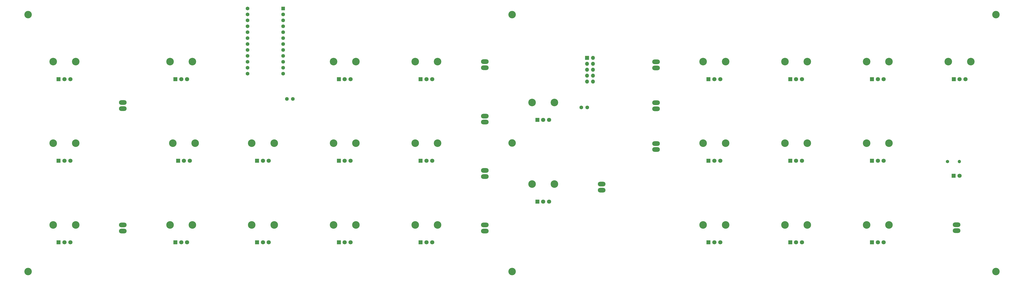
<source format=gbr>
%TF.GenerationSoftware,KiCad,Pcbnew,(5.1.7-0-10_14)*%
%TF.CreationDate,2021-05-20T13:51:09-03:00*%
%TF.ProjectId,MiniMood (tht),4d696e69-4d6f-46f6-9420-28746874292e,1*%
%TF.SameCoordinates,Original*%
%TF.FileFunction,Soldermask,Top*%
%TF.FilePolarity,Negative*%
%FSLAX46Y46*%
G04 Gerber Fmt 4.6, Leading zero omitted, Abs format (unit mm)*
G04 Created by KiCad (PCBNEW (5.1.7-0-10_14)) date 2021-05-20 13:51:09*
%MOMM*%
%LPD*%
G01*
G04 APERTURE LIST*
%ADD10O,3.300000X2.000000*%
%ADD11C,1.600000*%
%ADD12R,1.600000X1.600000*%
%ADD13R,1.800000X1.800000*%
%ADD14C,1.800000*%
%ADD15C,3.240000*%
%ADD16C,3.200000*%
%ADD17O,1.700000X1.700000*%
%ADD18R,1.700000X1.700000*%
%ADD19O,1.400000X1.400000*%
%ADD20C,1.400000*%
G04 APERTURE END LIST*
D10*
%TO.C,SW1*%
X64550000Y-64290000D03*
X64550000Y-61690000D03*
%TD*%
%TO.C,SW2*%
X64550000Y-116790000D03*
X64550000Y-114190000D03*
%TD*%
%TO.C,SW3*%
X219550000Y-46790000D03*
X219550000Y-44190000D03*
%TD*%
%TO.C,SW4*%
X219550000Y-70123333D03*
X219550000Y-67523333D03*
%TD*%
%TO.C,SW5*%
X219550000Y-93456666D03*
X219550000Y-90856666D03*
%TD*%
%TO.C,SW6*%
X219550000Y-116790000D03*
X219550000Y-114190000D03*
%TD*%
%TO.C,SW7*%
X269550000Y-99290000D03*
X269550000Y-96690000D03*
%TD*%
%TO.C,SW8*%
X292850000Y-46890000D03*
X292850000Y-44290000D03*
%TD*%
%TO.C,SW9*%
X292850000Y-64390000D03*
X292850000Y-61790000D03*
%TD*%
%TO.C,SW10*%
X292850000Y-81890000D03*
X292850000Y-79290000D03*
%TD*%
%TO.C,SW11*%
X421550000Y-116690000D03*
X421550000Y-114090000D03*
%TD*%
D11*
%TO.C,U3*%
X117930000Y-21430000D03*
X117930000Y-23970000D03*
X117930000Y-26510000D03*
X117930000Y-29050000D03*
X117930000Y-31590000D03*
X117930000Y-34130000D03*
X117930000Y-36670000D03*
X117930000Y-39210000D03*
X117930000Y-41750000D03*
X117930000Y-44290000D03*
X117930000Y-46830000D03*
X117930000Y-49370000D03*
X133170000Y-49370000D03*
X133170000Y-46830000D03*
X133170000Y-44290000D03*
X133170000Y-41750000D03*
X133170000Y-39210000D03*
X133170000Y-36670000D03*
X133170000Y-34130000D03*
X133170000Y-31590000D03*
X133170000Y-29050000D03*
X133170000Y-26510000D03*
X133170000Y-23970000D03*
D12*
X133170000Y-21430000D03*
%TD*%
D13*
%TO.C,pot3*%
X37050000Y-121690000D03*
D14*
X39550000Y-121690000D03*
X42050000Y-121690000D03*
D15*
X44350000Y-114190000D03*
X34750000Y-114190000D03*
%TD*%
D13*
%TO.C,pot2*%
X37050000Y-86690000D03*
D14*
X39550000Y-86690000D03*
X42050000Y-86690000D03*
D15*
X44350000Y-79190000D03*
X34750000Y-79190000D03*
%TD*%
D13*
%TO.C,pot4*%
X87050000Y-51690000D03*
D14*
X89550000Y-51690000D03*
X92050000Y-51690000D03*
D15*
X94350000Y-44190000D03*
X84750000Y-44190000D03*
%TD*%
D13*
%TO.C,pot5*%
X88225001Y-86690000D03*
D14*
X90725001Y-86690000D03*
X93225001Y-86690000D03*
D15*
X95525001Y-79190000D03*
X85925001Y-79190000D03*
%TD*%
D13*
%TO.C,pot6*%
X87050000Y-121690000D03*
D14*
X89550000Y-121690000D03*
X92050000Y-121690000D03*
D15*
X94350000Y-114190000D03*
X84750000Y-114190000D03*
%TD*%
D13*
%TO.C,pot7*%
X122050000Y-86690000D03*
D14*
X124550000Y-86690000D03*
X127050000Y-86690000D03*
D15*
X129350000Y-79190000D03*
X119750000Y-79190000D03*
%TD*%
D13*
%TO.C,pot8*%
X122050000Y-121690000D03*
D14*
X124550000Y-121690000D03*
X127050000Y-121690000D03*
D15*
X129350000Y-114190000D03*
X119750000Y-114190000D03*
%TD*%
D13*
%TO.C,pot9*%
X157050000Y-51690000D03*
D14*
X159550000Y-51690000D03*
X162050000Y-51690000D03*
D15*
X164350000Y-44190000D03*
X154750000Y-44190000D03*
%TD*%
D13*
%TO.C,pot10*%
X157050000Y-86690000D03*
D14*
X159550000Y-86690000D03*
X162050000Y-86690000D03*
D15*
X164350000Y-79190000D03*
X154750000Y-79190000D03*
%TD*%
D13*
%TO.C,pot11*%
X157050000Y-121690000D03*
D14*
X159550000Y-121690000D03*
X162050000Y-121690000D03*
D15*
X164350000Y-114190000D03*
X154750000Y-114190000D03*
%TD*%
D13*
%TO.C,pot12*%
X192050000Y-51690000D03*
D14*
X194550000Y-51690000D03*
X197050000Y-51690000D03*
D15*
X199350000Y-44190000D03*
X189750000Y-44190000D03*
%TD*%
D13*
%TO.C,pot13*%
X192050000Y-86690000D03*
D14*
X194550000Y-86690000D03*
X197050000Y-86690000D03*
D15*
X199350000Y-79190000D03*
X189750000Y-79190000D03*
%TD*%
D13*
%TO.C,pot14*%
X192050000Y-121690000D03*
D14*
X194550000Y-121690000D03*
X197050000Y-121690000D03*
D15*
X199350000Y-114190000D03*
X189750000Y-114190000D03*
%TD*%
D13*
%TO.C,pot15*%
X242050000Y-69190000D03*
D14*
X244550000Y-69190000D03*
X247050000Y-69190000D03*
D15*
X249350000Y-61690000D03*
X239750000Y-61690000D03*
%TD*%
D13*
%TO.C,pot16*%
X242050000Y-104190000D03*
D14*
X244550000Y-104190000D03*
X247050000Y-104190000D03*
D15*
X249350000Y-96690000D03*
X239750000Y-96690000D03*
%TD*%
D13*
%TO.C,pot17*%
X315350000Y-51690000D03*
D14*
X317850000Y-51690000D03*
X320350000Y-51690000D03*
D15*
X322650000Y-44190000D03*
X313050000Y-44190000D03*
%TD*%
D13*
%TO.C,pot18*%
X315350000Y-86690000D03*
D14*
X317850000Y-86690000D03*
X320350000Y-86690000D03*
D15*
X322650000Y-79190000D03*
X313050000Y-79190000D03*
%TD*%
D13*
%TO.C,pot19*%
X315350000Y-121690000D03*
D14*
X317850000Y-121690000D03*
X320350000Y-121690000D03*
D15*
X322650000Y-114190000D03*
X313050000Y-114190000D03*
%TD*%
D13*
%TO.C,pot20*%
X350350000Y-51690000D03*
D14*
X352850000Y-51690000D03*
X355350000Y-51690000D03*
D15*
X357650000Y-44190000D03*
X348050000Y-44190000D03*
%TD*%
D13*
%TO.C,pot21*%
X350350000Y-86690000D03*
D14*
X352850000Y-86690000D03*
X355350000Y-86690000D03*
D15*
X357650000Y-79190000D03*
X348050000Y-79190000D03*
%TD*%
D13*
%TO.C,pot22*%
X350350000Y-121690000D03*
D14*
X352850000Y-121690000D03*
X355350000Y-121690000D03*
D15*
X357650000Y-114190000D03*
X348050000Y-114190000D03*
%TD*%
D13*
%TO.C,pot23*%
X385350000Y-51690000D03*
D14*
X387850000Y-51690000D03*
X390350000Y-51690000D03*
D15*
X392650000Y-44190000D03*
X383050000Y-44190000D03*
%TD*%
D13*
%TO.C,pot24*%
X385350000Y-86690000D03*
D14*
X387850000Y-86690000D03*
X390350000Y-86690000D03*
D15*
X392650000Y-79190000D03*
X383050000Y-79190000D03*
%TD*%
D13*
%TO.C,pot25*%
X385350000Y-121690000D03*
D14*
X387850000Y-121690000D03*
X390350000Y-121690000D03*
D15*
X392650000Y-114190000D03*
X383050000Y-114190000D03*
%TD*%
D13*
%TO.C,pot26*%
X420350000Y-51690000D03*
D14*
X422850000Y-51690000D03*
X425350000Y-51690000D03*
D15*
X427650000Y-44190000D03*
X418050000Y-44190000D03*
%TD*%
D13*
%TO.C,pot1*%
X37050000Y-51690000D03*
D14*
X39550000Y-51690000D03*
X42050000Y-51690000D03*
D15*
X44350000Y-44190000D03*
X34750000Y-44190000D03*
%TD*%
D16*
%TO.C,REF\u002A\u002A*%
X231200000Y-24000000D03*
%TD*%
%TO.C,REF\u002A\u002A*%
X231200000Y-134190000D03*
%TD*%
%TO.C,REF\u002A\u002A*%
X438420000Y-134190000D03*
%TD*%
%TO.C,REF\u002A\u002A*%
X23990000Y-134190000D03*
%TD*%
%TO.C,REF\u002A\u002A*%
X23990000Y-24000000D03*
%TD*%
%TO.C,REF\u002A\u002A*%
X438420000Y-24000000D03*
%TD*%
%TO.C,REF\u002A\u002A*%
X231200000Y-79090000D03*
%TD*%
D14*
%TO.C,D1*%
X422815000Y-93090000D03*
D13*
X420275000Y-93090000D03*
%TD*%
D17*
%TO.C,J1*%
X265890000Y-52750000D03*
X263350000Y-52750000D03*
X265890000Y-50210000D03*
X263350000Y-50210000D03*
X265890000Y-47670000D03*
X263350000Y-47670000D03*
X265890000Y-45130000D03*
X263350000Y-45130000D03*
X265890000Y-42590000D03*
D18*
X263350000Y-42590000D03*
%TD*%
D11*
%TO.C,C1*%
X134840000Y-60150000D03*
X137340000Y-60150000D03*
%TD*%
%TO.C,C2*%
X263385001Y-63835001D03*
X260885001Y-63835001D03*
%TD*%
D19*
%TO.C,R1*%
X422770000Y-87050000D03*
D20*
X417690000Y-87050000D03*
%TD*%
M02*

</source>
